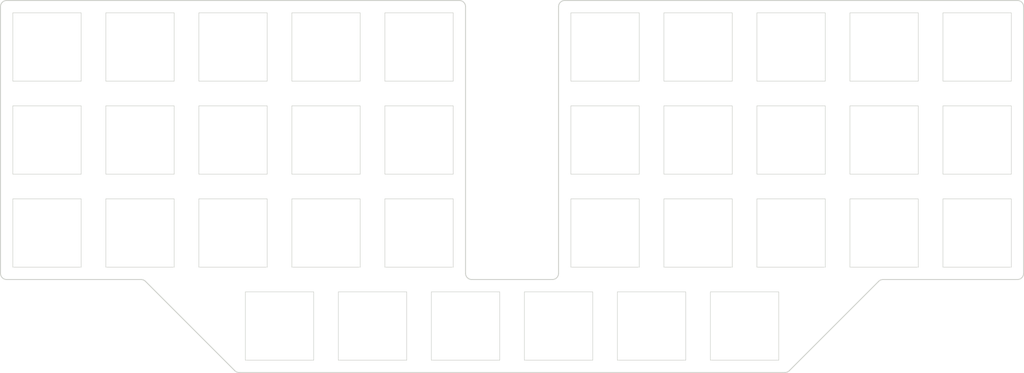
<source format=kicad_pcb>
(kicad_pcb (version 20211014) (generator pcbnew)
  (layers (0 "F.Cu" signal) (31 "B.Cu" signal) (34 "B.Paste" user) (35 "F.Paste" user) (36 "B.SilkS" user "B.Silkscreen") (37 "F.SilkS" user "F.Silkscreen") (38 "B.Mask" user) (39 "F.Mask" user) (44 "Edge.Cuts" user))
  (net 0 "")
  (footprint "keeb-parts:MX_Hole" (layer "F.Cu") (at 201.93 69.85)
    (fp_text reference "H18" hide)
    (fp_text value "MountingHole" hide)
    (fp_rect (start 7 7) (end -7 -7) (layer "Edge.Cuts") (width 0.12) (fill none))
  )
  (footprint "keeb-parts:MX_Hole" (layer "F.Cu") (at 201.93 88.9)
    (fp_text reference "H28" hide)
    (fp_text value "MountingHole" hide)
    (fp_rect (start 7 7) (end -7 -7) (layer "Edge.Cuts") (width 0.12) (fill none))
  )
  (footprint "keeb-parts:MX_Hole" (layer "F.Cu") (at 125.73 69.85)
    (fp_text reference "H15" hide)
    (fp_text value "MountingHole" hide)
    (fp_rect (start 7 7) (end -7 -7) (layer "Edge.Cuts") (width 0.12) (fill none))
  )
  (footprint "keeb-parts:MX_Hole" (layer "F.Cu") (at 154.305 107.95)
    (fp_text reference "H34" hide)
    (fp_text value "MountingHole" hide)
    (fp_rect (start 7 7) (end -7 -7) (layer "Edge.Cuts") (width 0.12) (fill none))
  )
  (footprint "keeb-parts:MX_Hole" (layer "F.Cu") (at 220.98 69.85)
    (fp_text reference "H19" hide)
    (fp_text value "MountingHole" hide)
    (fp_rect (start 7 7) (end -7 -7) (layer "Edge.Cuts") (width 0.12) (fill none))
  )
  (footprint "keeb-parts:MX_Hole" (layer "F.Cu") (at 87.63 88.9)
    (fp_text reference "H23" hide)
    (fp_text value "MountingHole" hide)
    (fp_rect (start 7 7) (end -7 -7) (layer "Edge.Cuts") (width 0.12) (fill none))
  )
  (footprint "keeb-parts:MX_Hole" (layer "F.Cu") (at 163.83 88.9)
    (fp_text reference "H26" hide)
    (fp_text value "MountingHole" hide)
    (fp_rect (start 7 7) (end -7 -7) (layer "Edge.Cuts") (width 0.12) (fill none))
  )
  (footprint "keeb-parts:MX_Hole" (layer "F.Cu") (at 49.53 50.8)
    (fp_text reference "H1" hide)
    (fp_text value "MountingHole" hide)
    (fp_rect (start 7 7) (end -7 -7) (layer "Edge.Cuts") (width 0.12) (fill none))
  )
  (footprint "keeb-parts:MX_Hole" (layer "F.Cu") (at 125.73 50.8)
    (fp_text reference "H5" hide)
    (fp_text value "MountingHole" hide)
    (fp_rect (start 7 7) (end -7 -7) (layer "Edge.Cuts") (width 0.12) (fill none))
  )
  (footprint "keeb-parts:MX_Hole" (layer "F.Cu") (at 220.98 50.8)
    (fp_text reference "H9" hide)
    (fp_text value "MountingHole" hide)
    (fp_rect (start 7 7) (end -7 -7) (layer "Edge.Cuts") (width 0.12) (fill none))
  )
  (footprint "keeb-parts:MX_Hole" (layer "F.Cu") (at 49.53 69.85)
    (fp_text reference "H11" hide)
    (fp_text value "MountingHole" hide)
    (fp_rect (start 7 7) (end -7 -7) (layer "Edge.Cuts") (width 0.12) (fill none))
  )
  (footprint "keeb-parts:M2_ScrewHole" (layer "F.Cu") (at 59.055 79.375)
    (fp_text reference "H41" hide)
    (fp_text value "MountingHole" hide)
    (pad "" np_thru_hole circle (at 0 0) (size 2.2 2.2) (drill 2.2) (layers F&B.Cu *.Mask))
  )
  (footprint "keeb-parts:MX_Hole" (layer "F.Cu") (at 97.155 107.95)
    (fp_text reference "H31" hide)
    (fp_text value "MountingHole" hide)
    (fp_rect (start 7 7) (end -7 -7) (layer "Edge.Cuts") (width 0.12) (fill none))
  )
  (footprint "keeb-parts:MX_Hole" (layer "F.Cu") (at 240.03 50.8)
    (fp_text reference "H10" hide)
    (fp_text value "MountingHole" hide)
    (fp_rect (start 7 7) (end -7 -7) (layer "Edge.Cuts") (width 0.12) (fill none))
  )
  (footprint "keeb-parts:M2_ScrewHole" (layer "F.Cu") (at 106.68 98.425)
    (fp_text reference "H43" hide)
    (fp_text value "MountingHole" hide)
    (pad "" np_thru_hole circle (at 0 0) (size 2.2 2.2) (drill 2.2) (layers F&B.Cu *.Mask))
  )
  (footprint "keeb-parts:MX_Hole" (layer "F.Cu") (at 182.88 69.85)
    (fp_text reference "H17" hide)
    (fp_text value "MountingHole" hide)
    (fp_rect (start 7 7) (end -7 -7) (layer "Edge.Cuts") (width 0.12) (fill none))
  )
  (footprint "keeb-parts:MX_Hole" (layer "F.Cu") (at 68.58 50.8)
    (fp_text reference "H2" hide)
    (fp_text value "MountingHole" hide)
    (fp_rect (start 7 7) (end -7 -7) (layer "Edge.Cuts") (width 0.12) (fill none))
  )
  (footprint "keeb-parts:MX_Hole" (layer "F.Cu") (at 116.205 107.95)
    (fp_text reference "H32" hide)
    (fp_text value "MountingHole" hide)
    (fp_rect (start 7 7) (end -7 -7) (layer "Edge.Cuts") (width 0.12) (fill none))
  )
  (footprint "keeb-parts:MX_Hole" (layer "F.Cu") (at 240.03 88.9)
    (fp_text reference "H30" hide)
    (fp_text value "MountingHole" hide)
    (fp_rect (start 7 7) (end -7 -7) (layer "Edge.Cuts") (width 0.12) (fill none))
  )
  (footprint "keeb-parts:MX_Hole" (layer "F.Cu") (at 240.03 69.85)
    (fp_text reference "H20" hide)
    (fp_text value "MountingHole" hide)
    (fp_rect (start 7 7) (end -7 -7) (layer "Edge.Cuts") (width 0.12) (fill none))
  )
  (footprint "keeb-parts:MX_Hole" (layer "F.Cu") (at 182.88 88.9)
    (fp_text reference "H27" hide)
    (fp_text value "MountingHole" hide)
    (fp_rect (start 7 7) (end -7 -7) (layer "Edge.Cuts") (width 0.12) (fill none))
  )
  (footprint "keeb-parts:MX_Hole" (layer "F.Cu") (at 201.93 50.8)
    (fp_text reference "H8" hide)
    (fp_text value "MountingHole" hide)
    (fp_rect (start 7 7) (end -7 -7) (layer "Edge.Cuts") (width 0.12) (fill none))
  )
  (footprint "keeb-parts:MX_Hole" (layer "F.Cu") (at 192.405 107.95)
    (fp_text reference "H36" hide)
    (fp_text value "MountingHole" hide)
    (fp_rect (start 7 7) (end -7 -7) (layer "Edge.Cuts") (width 0.12) (fill none))
  )
  (footprint "keeb-parts:MX_Hole" (layer "F.Cu") (at 220.98 88.9)
    (fp_text reference "H29" hide)
    (fp_text value "MountingHole" hide)
    (fp_rect (start 7 7) (end -7 -7) (layer "Edge.Cuts") (width 0.12) (fill none))
  )
  (footprint "keeb-parts:MX_Hole" (layer "F.Cu") (at 106.68 69.85)
    (fp_text reference "H14" hide)
    (fp_text value "MountingHole" hide)
    (fp_rect (start 7 7) (end -7 -7) (layer "Edge.Cuts") (width 0.12) (fill none))
  )
  (footprint "keeb-parts:M2_ScrewHole" (layer "F.Cu") (at 230.505 79.375)
    (fp_text reference "H42" hide)
    (fp_text value "MountingHole" hide)
    (pad "" np_thru_hole circle (at 0 0) (size 2.2 2.2) (drill 2.2) (layers F&B.Cu *.Mask))
  )
  (footprint "keeb-parts:M2_ScrewHole" (layer "F.Cu") (at 182.88 98.425)
    (fp_text reference "H44" hide)
    (fp_text value "MountingHole" hide)
    (pad "" np_thru_hole circle (at 0 0) (size 2.2 2.2) (drill 2.2) (layers F&B.Cu *.Mask))
  )
  (footprint "keeb-parts:MX_Hole" (layer "F.Cu") (at 173.355 107.95)
    (fp_text reference "H35" hide)
    (fp_text value "MountingHole" hide)
    (fp_rect (start 7 7) (end -7 -7) (layer "Edge.Cuts") (width 0.12) (fill none))
  )
  (footprint "keeb-parts:MX_Hole" (layer "F.Cu") (at 106.68 88.9)
    (fp_text reference "H24" hide)
    (fp_text value "MountingHole" hide)
    (fp_rect (start 7 7) (end -7 -7) (layer "Edge.Cuts") (width 0.12) (fill none))
  )
  (footprint "keeb-parts:MX_Hole" (layer "F.Cu") (at 87.63 50.8)
    (fp_text reference "H3" hide)
    (fp_text value "MountingHole" hide)
    (fp_rect (start 7 7) (end -7 -7) (layer "Edge.Cuts") (width 0.12) (fill none))
  )
  (footprint "keeb-parts:MX_Hole" (layer "F.Cu") (at 106.68 50.8)
    (fp_text reference "H4" hide)
    (fp_text value "MountingHole" hide)
    (fp_rect (start 7 7) (end -7 -7) (layer "Edge.Cuts") (width 0.12) (fill none))
  )
  (footprint "keeb-parts:MX_Hole" (layer "F.Cu") (at 182.88 50.8)
    (fp_text reference "H7" hide)
    (fp_text value "MountingHole" hide)
    (fp_rect (start 7 7) (end -7 -7) (layer "Edge.Cuts") (width 0.12) (fill none))
  )
  (footprint "keeb-parts:M2_ScrewHole" (layer "F.Cu") (at 230.505 60.325)
    (fp_text reference "H40" hide)
    (fp_text value "MountingHole" hide)
    (pad "" np_thru_hole circle (at 0 0) (size 2.2 2.2) (drill 2.2) (layers F&B.Cu *.Mask))
  )
  (footprint "keeb-parts:MX_Hole" (layer "F.Cu") (at 135.255 107.95)
    (fp_text reference "H33" hide)
    (fp_text value "MountingHole" hide)
    (fp_rect (start 7 7) (end -7 -7) (layer "Edge.Cuts") (width 0.12) (fill none))
  )
  (footprint "keeb-parts:MX_Hole" (layer "F.Cu") (at 125.73 88.9)
    (fp_text reference "H25" hide)
    (fp_text value "MountingHole" hide)
    (fp_rect (start 7 7) (end -7 -7) (layer "Edge.Cuts") (width 0.12) (fill none))
  )
  (footprint "keeb-parts:M2_ScrewHole" (layer "F.Cu") (at 116.205 60.325)
    (fp_text reference "H38" hide)
    (fp_text value "MountingHole" hide)
    (pad "" np_thru_hole circle (at 0 0) (size 2.2 2.2) (drill 2.2) (layers F&B.Cu *.Mask))
  )
  (footprint "keeb-parts:M2_ScrewHole" (layer "F.Cu") (at 173.355 60.325)
    (fp_text reference "H39" hide)
    (fp_text value "MountingHole" hide)
    (pad "" np_thru_hole circle (at 0 0) (size 2.2 2.2) (drill 2.2) (layers F&B.Cu *.Mask))
  )
  (footprint "keeb-parts:MX_Hole" (layer "F.Cu") (at 163.83 50.8)
    (fp_text reference "H6" hide)
    (fp_text value "MountingHole" hide)
    (fp_rect (start 7 7) (end -7 -7) (layer "Edge.Cuts") (width 0.12) (fill none))
  )
  (footprint "keeb-parts:MX_Hole" (layer "F.Cu") (at 87.63 69.85)
    (fp_text reference "H13" hide)
    (fp_text value "MountingHole" hide)
    (fp_rect (start 7 7) (end -7 -7) (layer "Edge.Cuts") (width 0.12) (fill none))
  )
  (footprint "keeb-parts:MX_Hole" (layer "F.Cu") (at 68.58 69.85)
    (fp_text reference "H12" hide)
    (fp_text value "MountingHole" hide)
    (fp_rect (start 7 7) (end -7 -7) (layer "Edge.Cuts") (width 0.12) (fill none))
  )
  (footprint "keeb-parts:MX_Hole" (layer "F.Cu") (at 163.83 69.85)
    (fp_text reference "H16" hide)
    (fp_text value "MountingHole" hide)
    (fp_rect (start 7 7) (end -7 -7) (layer "Edge.Cuts") (width 0.12) (fill none))
  )
  (footprint "keeb-parts:MX_Hole" (layer "F.Cu") (at 68.58 88.9)
    (fp_text reference "H22" hide)
    (fp_text value "MountingHole" hide)
    (fp_rect (start 7 7) (end -7 -7) (layer "Edge.Cuts") (width 0.12) (fill none))
  )
  (footprint "keeb-parts:MX_Hole" (layer "F.Cu") (at 49.53 88.9)
    (fp_text reference "H21" hide)
    (fp_text value "MountingHole" hide)
    (fp_rect (start 7 7) (end -7 -7) (layer "Edge.Cuts") (width 0.12) (fill none))
  )
  (footprint "keeb-parts:M2_ScrewHole" (layer "F.Cu") (at 59.055 60.325)
    (fp_text reference "H37" hide)
    (fp_text value "MountingHole" hide)
    (pad "" np_thru_hole circle (at 0 0) (size 2.2 2.2) (drill 2.2) (layers F&B.Cu *.Mask))
  )
  (gr_arc (start 41.275001 98.425001) (mid 40.376975 98.053027) (end 40.005001 97.155001) (layer "Edge.Cuts") (width 0.2))
  (gr_line (start 200.660001 117.475001) (end 88.900001 117.475001) (layer "Edge.Cuts") (width 0.2))
  (gr_line (start 248.285001 98.425001) (end 220.762103 98.425001) (layer "Edge.Cuts") (width 0.2))
  (gr_arc (start 201.558027 117.103027) (mid 201.146009 117.378328) (end 200.660001 117.475001) (layer "Edge.Cuts") (width 0.2))
  (gr_line (start 41.275001 41.275001) (end 133.985001 41.275001) (layer "Edge.Cuts") (width 0.2))
  (gr_arc (start 68.797899 98.425001) (mid 69.283907 98.521674) (end 69.695924 98.796975) (layer "Edge.Cuts") (width 0.2))
  (gr_line (start 249.555001 42.545001) (end 249.555001 97.155001) (layer "Edge.Cuts") (width 0.2))
  (gr_line (start 136.525001 98.425001) (end 153.035001 98.425001) (layer "Edge.Cuts") (width 0.2))
  (gr_arc (start 133.985001 41.275001) (mid 134.883027 41.646975) (end 135.255001 42.545001) (layer "Edge.Cuts") (width 0.2))
  (gr_arc (start 88.900001 117.475001) (mid 88.413993 117.378328) (end 88.001975 117.103027) (layer "Edge.Cuts") (width 0.2))
  (gr_arc (start 248.285001 41.275001) (mid 249.183027 41.646975) (end 249.555001 42.545001) (layer "Edge.Cuts") (width 0.2))
  (gr_line (start 40.005001 97.155001) (end 40.005001 42.545001) (layer "Edge.Cuts") (width 0.2))
  (gr_line (start 88.001975 117.103027) (end 69.695924 98.796975) (layer "Edge.Cuts") (width 0.2))
  (gr_line (start 135.255001 42.545001) (end 135.255001 97.155001) (layer "Edge.Cuts") (width 0.2))
  (gr_line (start 68.797899 98.425001) (end 41.275001 98.425001) (layer "Edge.Cuts") (width 0.2))
  (gr_line (start 155.575001 41.275001) (end 248.285001 41.275001) (layer "Edge.Cuts") (width 0.2))
  (gr_arc (start 136.525001 98.425001) (mid 135.626975 98.053027) (end 135.255001 97.155001) (layer "Edge.Cuts") (width 0.2))
  (gr_arc (start 249.555001 97.155001) (mid 249.183027 98.053027) (end 248.285001 98.425001) (layer "Edge.Cuts") (width 0.2))
  (gr_arc (start 40.005001 42.545001) (mid 40.376975 41.646975) (end 41.275001 41.275001) (layer "Edge.Cuts") (width 0.2))
  (gr_arc (start 219.864078 98.796975) (mid 220.276095 98.521674) (end 220.762103 98.425001) (layer "Edge.Cuts") (width 0.2))
  (gr_line (start 219.864078 98.796975) (end 201.558027 117.103027) (layer "Edge.Cuts") (width 0.2))
  (gr_arc (start 154.305001 42.545001) (mid 154.676975 41.646975) (end 155.575001 41.275001) (layer "Edge.Cuts") (width 0.2))
  (gr_arc (start 154.305001 97.155001) (mid 153.933027 98.053027) (end 153.035001 98.425001) (layer "Edge.Cuts") (width 0.2))
  (gr_line (start 154.305001 97.155001) (end 154.305001 42.545001) (layer "Edge.Cuts") (width 0.2))
)
</source>
